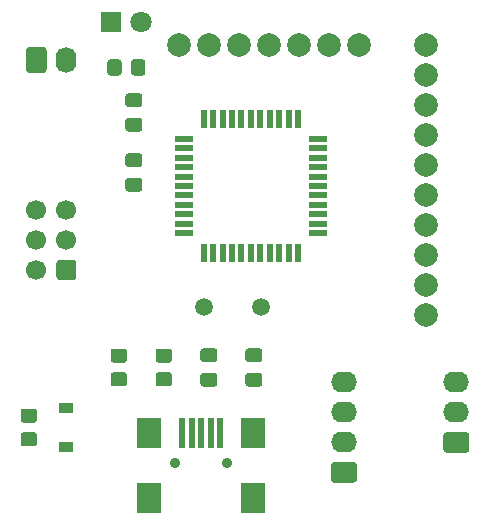
<source format=gbr>
%TF.GenerationSoftware,KiCad,Pcbnew,5.1.10*%
%TF.CreationDate,2021-10-29T02:28:02-05:00*%
%TF.ProjectId,evan_atmega32u4,6576616e-5f61-4746-9d65-676133327534,rev?*%
%TF.SameCoordinates,Original*%
%TF.FileFunction,Soldermask,Top*%
%TF.FilePolarity,Negative*%
%FSLAX46Y46*%
G04 Gerber Fmt 4.6, Leading zero omitted, Abs format (unit mm)*
G04 Created by KiCad (PCBNEW 5.1.10) date 2021-10-29 02:28:02*
%MOMM*%
%LPD*%
G01*
G04 APERTURE LIST*
%ADD10C,1.500000*%
%ADD11C,1.800000*%
%ADD12R,1.800000X1.800000*%
%ADD13C,2.000000*%
%ADD14O,2.190000X1.740000*%
%ADD15C,0.900000*%
%ADD16R,0.500000X2.500000*%
%ADD17R,2.000000X2.500000*%
%ADD18R,0.550000X1.500000*%
%ADD19R,1.500000X0.550000*%
%ADD20O,1.740000X2.190000*%
%ADD21C,1.700000*%
%ADD22R,1.200000X0.900000*%
G04 APERTURE END LIST*
D10*
%TO.C,Y1*%
X174825000Y-81915000D03*
X179705000Y-81915000D03*
%TD*%
%TO.C,R4*%
G36*
G01*
X168675000Y-62045001D02*
X168675000Y-61144999D01*
G75*
G02*
X168924999Y-60895000I249999J0D01*
G01*
X169625001Y-60895000D01*
G75*
G02*
X169875000Y-61144999I0J-249999D01*
G01*
X169875000Y-62045001D01*
G75*
G02*
X169625001Y-62295000I-249999J0D01*
G01*
X168924999Y-62295000D01*
G75*
G02*
X168675000Y-62045001I0J249999D01*
G01*
G37*
G36*
G01*
X166675000Y-62045001D02*
X166675000Y-61144999D01*
G75*
G02*
X166924999Y-60895000I249999J0D01*
G01*
X167625001Y-60895000D01*
G75*
G02*
X167875000Y-61144999I0J-249999D01*
G01*
X167875000Y-62045001D01*
G75*
G02*
X167625001Y-62295000I-249999J0D01*
G01*
X166924999Y-62295000D01*
G75*
G02*
X166675000Y-62045001I0J249999D01*
G01*
G37*
%TD*%
D11*
%TO.C,D2*%
X169545000Y-57785000D03*
D12*
X167005000Y-57785000D03*
%TD*%
D13*
%TO.C,PB1*%
X187960000Y-59690000D03*
%TD*%
D14*
%TO.C,J5*%
X186690000Y-88265000D03*
X186690000Y-90805000D03*
X186690000Y-93345000D03*
G36*
G01*
X187535001Y-96755000D02*
X185844999Y-96755000D01*
G75*
G02*
X185595000Y-96505001I0J249999D01*
G01*
X185595000Y-95264999D01*
G75*
G02*
X185844999Y-95015000I249999J0D01*
G01*
X187535001Y-95015000D01*
G75*
G02*
X187785000Y-95264999I0J-249999D01*
G01*
X187785000Y-96505001D01*
G75*
G02*
X187535001Y-96755000I-249999J0D01*
G01*
G37*
%TD*%
D13*
%TO.C,PF7*%
X185420000Y-59690000D03*
%TD*%
%TO.C,PF6*%
X182880000Y-59690000D03*
%TD*%
%TO.C,PF5*%
X180340000Y-59690000D03*
%TD*%
%TO.C,PF4*%
X177800000Y-59690000D03*
%TD*%
%TO.C,PF1*%
X175260000Y-59690000D03*
%TD*%
%TO.C,PF0*%
X172720000Y-59690000D03*
%TD*%
%TO.C,PE2*%
X193675000Y-59690000D03*
%TD*%
%TO.C,PD7*%
X193675000Y-74930000D03*
%TD*%
%TO.C,PD6*%
X193675000Y-77470000D03*
%TD*%
%TO.C,PD5*%
X193675000Y-82550000D03*
%TD*%
%TO.C,PD4*%
X193675000Y-80010000D03*
%TD*%
%TO.C,PC7*%
X193675000Y-62230000D03*
%TD*%
%TO.C,PC6*%
X193675000Y-64770000D03*
%TD*%
%TO.C,PB6*%
X193675000Y-67310000D03*
%TD*%
%TO.C,PB5*%
X193675000Y-69850000D03*
%TD*%
%TO.C,PB4*%
X193675000Y-72390000D03*
%TD*%
D15*
%TO.C,J1*%
X176825000Y-95123000D03*
X172425000Y-95123000D03*
D16*
X176225000Y-92523000D03*
X175425000Y-92523000D03*
X174625000Y-92523000D03*
X173825000Y-92523000D03*
X173025000Y-92523000D03*
D17*
X179025000Y-92523000D03*
X170225000Y-92523000D03*
X179025000Y-98023000D03*
X170225000Y-98023000D03*
%TD*%
D18*
%TO.C,U1*%
X174816000Y-65928000D03*
X175616000Y-65928000D03*
X176416000Y-65928000D03*
X177216000Y-65928000D03*
X178016000Y-65928000D03*
X178816000Y-65928000D03*
X179616000Y-65928000D03*
X180416000Y-65928000D03*
X181216000Y-65928000D03*
X182016000Y-65928000D03*
X182816000Y-65928000D03*
D19*
X184516000Y-67628000D03*
X184516000Y-68428000D03*
X184516000Y-69228000D03*
X184516000Y-70028000D03*
X184516000Y-70828000D03*
X184516000Y-71628000D03*
X184516000Y-72428000D03*
X184516000Y-73228000D03*
X184516000Y-74028000D03*
X184516000Y-74828000D03*
X184516000Y-75628000D03*
D18*
X182816000Y-77328000D03*
X182016000Y-77328000D03*
X181216000Y-77328000D03*
X180416000Y-77328000D03*
X179616000Y-77328000D03*
X178816000Y-77328000D03*
X178016000Y-77328000D03*
X177216000Y-77328000D03*
X176416000Y-77328000D03*
X175616000Y-77328000D03*
X174816000Y-77328000D03*
D19*
X173116000Y-75628000D03*
X173116000Y-74828000D03*
X173116000Y-74028000D03*
X173116000Y-73228000D03*
X173116000Y-72428000D03*
X173116000Y-71628000D03*
X173116000Y-70828000D03*
X173116000Y-70028000D03*
X173116000Y-69228000D03*
X173116000Y-68428000D03*
X173116000Y-67628000D03*
%TD*%
%TO.C,R3*%
G36*
G01*
X160470001Y-91675000D02*
X159569999Y-91675000D01*
G75*
G02*
X159320000Y-91425001I0J249999D01*
G01*
X159320000Y-90724999D01*
G75*
G02*
X159569999Y-90475000I249999J0D01*
G01*
X160470001Y-90475000D01*
G75*
G02*
X160720000Y-90724999I0J-249999D01*
G01*
X160720000Y-91425001D01*
G75*
G02*
X160470001Y-91675000I-249999J0D01*
G01*
G37*
G36*
G01*
X160470001Y-93675000D02*
X159569999Y-93675000D01*
G75*
G02*
X159320000Y-93425001I0J249999D01*
G01*
X159320000Y-92724999D01*
G75*
G02*
X159569999Y-92475000I249999J0D01*
G01*
X160470001Y-92475000D01*
G75*
G02*
X160720000Y-92724999I0J-249999D01*
G01*
X160720000Y-93425001D01*
G75*
G02*
X160470001Y-93675000I-249999J0D01*
G01*
G37*
%TD*%
%TO.C,R2*%
G36*
G01*
X167189999Y-87395000D02*
X168090001Y-87395000D01*
G75*
G02*
X168340000Y-87644999I0J-249999D01*
G01*
X168340000Y-88345001D01*
G75*
G02*
X168090001Y-88595000I-249999J0D01*
G01*
X167189999Y-88595000D01*
G75*
G02*
X166940000Y-88345001I0J249999D01*
G01*
X166940000Y-87644999D01*
G75*
G02*
X167189999Y-87395000I249999J0D01*
G01*
G37*
G36*
G01*
X167189999Y-85395000D02*
X168090001Y-85395000D01*
G75*
G02*
X168340000Y-85644999I0J-249999D01*
G01*
X168340000Y-86345001D01*
G75*
G02*
X168090001Y-86595000I-249999J0D01*
G01*
X167189999Y-86595000D01*
G75*
G02*
X166940000Y-86345001I0J249999D01*
G01*
X166940000Y-85644999D01*
G75*
G02*
X167189999Y-85395000I249999J0D01*
G01*
G37*
%TD*%
%TO.C,R1*%
G36*
G01*
X170999999Y-87395000D02*
X171900001Y-87395000D01*
G75*
G02*
X172150000Y-87644999I0J-249999D01*
G01*
X172150000Y-88345001D01*
G75*
G02*
X171900001Y-88595000I-249999J0D01*
G01*
X170999999Y-88595000D01*
G75*
G02*
X170750000Y-88345001I0J249999D01*
G01*
X170750000Y-87644999D01*
G75*
G02*
X170999999Y-87395000I249999J0D01*
G01*
G37*
G36*
G01*
X170999999Y-85395000D02*
X171900001Y-85395000D01*
G75*
G02*
X172150000Y-85644999I0J-249999D01*
G01*
X172150000Y-86345001D01*
G75*
G02*
X171900001Y-86595000I-249999J0D01*
G01*
X170999999Y-86595000D01*
G75*
G02*
X170750000Y-86345001I0J249999D01*
G01*
X170750000Y-85644999D01*
G75*
G02*
X170999999Y-85395000I249999J0D01*
G01*
G37*
%TD*%
D14*
%TO.C,J4*%
X196215000Y-88265000D03*
X196215000Y-90805000D03*
G36*
G01*
X197060001Y-94215000D02*
X195369999Y-94215000D01*
G75*
G02*
X195120000Y-93965001I0J249999D01*
G01*
X195120000Y-92724999D01*
G75*
G02*
X195369999Y-92475000I249999J0D01*
G01*
X197060001Y-92475000D01*
G75*
G02*
X197310000Y-92724999I0J-249999D01*
G01*
X197310000Y-93965001D01*
G75*
G02*
X197060001Y-94215000I-249999J0D01*
G01*
G37*
%TD*%
D20*
%TO.C,J3*%
X163195000Y-60960000D03*
G36*
G01*
X159785000Y-61805001D02*
X159785000Y-60114999D01*
G75*
G02*
X160034999Y-59865000I249999J0D01*
G01*
X161275001Y-59865000D01*
G75*
G02*
X161525000Y-60114999I0J-249999D01*
G01*
X161525000Y-61805001D01*
G75*
G02*
X161275001Y-62055000I-249999J0D01*
G01*
X160034999Y-62055000D01*
G75*
G02*
X159785000Y-61805001I0J249999D01*
G01*
G37*
%TD*%
D21*
%TO.C,J2*%
X160655000Y-73660000D03*
X160655000Y-76200000D03*
X160655000Y-78740000D03*
X163195000Y-73660000D03*
X163195000Y-76200000D03*
G36*
G01*
X164045000Y-78140000D02*
X164045000Y-79340000D01*
G75*
G02*
X163795000Y-79590000I-250000J0D01*
G01*
X162595000Y-79590000D01*
G75*
G02*
X162345000Y-79340000I0J250000D01*
G01*
X162345000Y-78140000D01*
G75*
G02*
X162595000Y-77890000I250000J0D01*
G01*
X163795000Y-77890000D01*
G75*
G02*
X164045000Y-78140000I0J-250000D01*
G01*
G37*
%TD*%
D22*
%TO.C,D1*%
X163195000Y-90425000D03*
X163195000Y-93725000D03*
%TD*%
%TO.C,C4*%
G36*
G01*
X168435000Y-65855000D02*
X169385000Y-65855000D01*
G75*
G02*
X169635000Y-66105000I0J-250000D01*
G01*
X169635000Y-66780000D01*
G75*
G02*
X169385000Y-67030000I-250000J0D01*
G01*
X168435000Y-67030000D01*
G75*
G02*
X168185000Y-66780000I0J250000D01*
G01*
X168185000Y-66105000D01*
G75*
G02*
X168435000Y-65855000I250000J0D01*
G01*
G37*
G36*
G01*
X168435000Y-63780000D02*
X169385000Y-63780000D01*
G75*
G02*
X169635000Y-64030000I0J-250000D01*
G01*
X169635000Y-64705000D01*
G75*
G02*
X169385000Y-64955000I-250000J0D01*
G01*
X168435000Y-64955000D01*
G75*
G02*
X168185000Y-64705000I0J250000D01*
G01*
X168185000Y-64030000D01*
G75*
G02*
X168435000Y-63780000I250000J0D01*
G01*
G37*
%TD*%
%TO.C,C3*%
G36*
G01*
X169385000Y-70035000D02*
X168435000Y-70035000D01*
G75*
G02*
X168185000Y-69785000I0J250000D01*
G01*
X168185000Y-69110000D01*
G75*
G02*
X168435000Y-68860000I250000J0D01*
G01*
X169385000Y-68860000D01*
G75*
G02*
X169635000Y-69110000I0J-250000D01*
G01*
X169635000Y-69785000D01*
G75*
G02*
X169385000Y-70035000I-250000J0D01*
G01*
G37*
G36*
G01*
X169385000Y-72110000D02*
X168435000Y-72110000D01*
G75*
G02*
X168185000Y-71860000I0J250000D01*
G01*
X168185000Y-71185000D01*
G75*
G02*
X168435000Y-70935000I250000J0D01*
G01*
X169385000Y-70935000D01*
G75*
G02*
X169635000Y-71185000I0J-250000D01*
G01*
X169635000Y-71860000D01*
G75*
G02*
X169385000Y-72110000I-250000J0D01*
G01*
G37*
%TD*%
%TO.C,C2*%
G36*
G01*
X175735000Y-86545000D02*
X174785000Y-86545000D01*
G75*
G02*
X174535000Y-86295000I0J250000D01*
G01*
X174535000Y-85620000D01*
G75*
G02*
X174785000Y-85370000I250000J0D01*
G01*
X175735000Y-85370000D01*
G75*
G02*
X175985000Y-85620000I0J-250000D01*
G01*
X175985000Y-86295000D01*
G75*
G02*
X175735000Y-86545000I-250000J0D01*
G01*
G37*
G36*
G01*
X175735000Y-88620000D02*
X174785000Y-88620000D01*
G75*
G02*
X174535000Y-88370000I0J250000D01*
G01*
X174535000Y-87695000D01*
G75*
G02*
X174785000Y-87445000I250000J0D01*
G01*
X175735000Y-87445000D01*
G75*
G02*
X175985000Y-87695000I0J-250000D01*
G01*
X175985000Y-88370000D01*
G75*
G02*
X175735000Y-88620000I-250000J0D01*
G01*
G37*
%TD*%
%TO.C,C1*%
G36*
G01*
X178595000Y-87445000D02*
X179545000Y-87445000D01*
G75*
G02*
X179795000Y-87695000I0J-250000D01*
G01*
X179795000Y-88370000D01*
G75*
G02*
X179545000Y-88620000I-250000J0D01*
G01*
X178595000Y-88620000D01*
G75*
G02*
X178345000Y-88370000I0J250000D01*
G01*
X178345000Y-87695000D01*
G75*
G02*
X178595000Y-87445000I250000J0D01*
G01*
G37*
G36*
G01*
X178595000Y-85370000D02*
X179545000Y-85370000D01*
G75*
G02*
X179795000Y-85620000I0J-250000D01*
G01*
X179795000Y-86295000D01*
G75*
G02*
X179545000Y-86545000I-250000J0D01*
G01*
X178595000Y-86545000D01*
G75*
G02*
X178345000Y-86295000I0J250000D01*
G01*
X178345000Y-85620000D01*
G75*
G02*
X178595000Y-85370000I250000J0D01*
G01*
G37*
%TD*%
M02*

</source>
